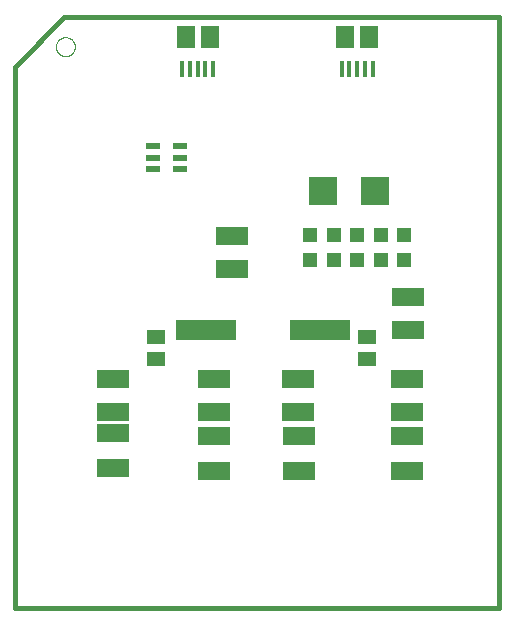
<source format=gtp>
G75*
%MOIN*%
%OFA0B0*%
%FSLAX25Y25*%
%IPPOS*%
%LPD*%
%AMOC8*
5,1,8,0,0,1.08239X$1,22.5*
%
%ADD10C,0.01600*%
%ADD11C,0.00000*%
%ADD12R,0.10630X0.05906*%
%ADD13R,0.10630X0.06299*%
%ADD14R,0.04724X0.04724*%
%ADD15R,0.20000X0.07000*%
%ADD16R,0.01575X0.05315*%
%ADD17R,0.05906X0.07480*%
%ADD18R,0.09449X0.09449*%
%ADD19R,0.05906X0.05118*%
%ADD20R,0.04724X0.02362*%
D10*
X0022538Y0040030D02*
X0183955Y0040030D01*
X0183955Y0236880D01*
X0039073Y0236880D01*
X0022538Y0220344D01*
X0022538Y0040030D01*
D11*
X0036317Y0227037D02*
X0036319Y0227149D01*
X0036325Y0227260D01*
X0036335Y0227372D01*
X0036349Y0227483D01*
X0036366Y0227593D01*
X0036388Y0227703D01*
X0036414Y0227812D01*
X0036443Y0227920D01*
X0036476Y0228026D01*
X0036513Y0228132D01*
X0036554Y0228236D01*
X0036599Y0228339D01*
X0036647Y0228440D01*
X0036698Y0228539D01*
X0036753Y0228636D01*
X0036812Y0228731D01*
X0036873Y0228825D01*
X0036938Y0228916D01*
X0037007Y0229004D01*
X0037078Y0229090D01*
X0037152Y0229174D01*
X0037230Y0229254D01*
X0037310Y0229332D01*
X0037393Y0229408D01*
X0037478Y0229480D01*
X0037566Y0229549D01*
X0037656Y0229615D01*
X0037749Y0229677D01*
X0037844Y0229737D01*
X0037941Y0229793D01*
X0038039Y0229845D01*
X0038140Y0229894D01*
X0038242Y0229939D01*
X0038346Y0229981D01*
X0038451Y0230019D01*
X0038558Y0230053D01*
X0038665Y0230083D01*
X0038774Y0230110D01*
X0038883Y0230132D01*
X0038994Y0230151D01*
X0039104Y0230166D01*
X0039216Y0230177D01*
X0039327Y0230184D01*
X0039439Y0230187D01*
X0039551Y0230186D01*
X0039663Y0230181D01*
X0039774Y0230172D01*
X0039885Y0230159D01*
X0039996Y0230142D01*
X0040106Y0230122D01*
X0040215Y0230097D01*
X0040323Y0230069D01*
X0040430Y0230036D01*
X0040536Y0230000D01*
X0040640Y0229960D01*
X0040743Y0229917D01*
X0040845Y0229870D01*
X0040944Y0229819D01*
X0041042Y0229765D01*
X0041138Y0229707D01*
X0041232Y0229646D01*
X0041323Y0229582D01*
X0041412Y0229515D01*
X0041499Y0229444D01*
X0041583Y0229370D01*
X0041665Y0229294D01*
X0041743Y0229214D01*
X0041819Y0229132D01*
X0041892Y0229047D01*
X0041962Y0228960D01*
X0042028Y0228870D01*
X0042092Y0228778D01*
X0042152Y0228684D01*
X0042209Y0228588D01*
X0042262Y0228489D01*
X0042312Y0228389D01*
X0042358Y0228288D01*
X0042401Y0228184D01*
X0042440Y0228079D01*
X0042475Y0227973D01*
X0042506Y0227866D01*
X0042534Y0227757D01*
X0042557Y0227648D01*
X0042577Y0227538D01*
X0042593Y0227427D01*
X0042605Y0227316D01*
X0042613Y0227205D01*
X0042617Y0227093D01*
X0042617Y0226981D01*
X0042613Y0226869D01*
X0042605Y0226758D01*
X0042593Y0226647D01*
X0042577Y0226536D01*
X0042557Y0226426D01*
X0042534Y0226317D01*
X0042506Y0226208D01*
X0042475Y0226101D01*
X0042440Y0225995D01*
X0042401Y0225890D01*
X0042358Y0225786D01*
X0042312Y0225685D01*
X0042262Y0225585D01*
X0042209Y0225486D01*
X0042152Y0225390D01*
X0042092Y0225296D01*
X0042028Y0225204D01*
X0041962Y0225114D01*
X0041892Y0225027D01*
X0041819Y0224942D01*
X0041743Y0224860D01*
X0041665Y0224780D01*
X0041583Y0224704D01*
X0041499Y0224630D01*
X0041412Y0224559D01*
X0041323Y0224492D01*
X0041232Y0224428D01*
X0041138Y0224367D01*
X0041042Y0224309D01*
X0040944Y0224255D01*
X0040845Y0224204D01*
X0040743Y0224157D01*
X0040640Y0224114D01*
X0040536Y0224074D01*
X0040430Y0224038D01*
X0040323Y0224005D01*
X0040215Y0223977D01*
X0040106Y0223952D01*
X0039996Y0223932D01*
X0039885Y0223915D01*
X0039774Y0223902D01*
X0039663Y0223893D01*
X0039551Y0223888D01*
X0039439Y0223887D01*
X0039327Y0223890D01*
X0039216Y0223897D01*
X0039104Y0223908D01*
X0038994Y0223923D01*
X0038883Y0223942D01*
X0038774Y0223964D01*
X0038665Y0223991D01*
X0038558Y0224021D01*
X0038451Y0224055D01*
X0038346Y0224093D01*
X0038242Y0224135D01*
X0038140Y0224180D01*
X0038039Y0224229D01*
X0037941Y0224281D01*
X0037844Y0224337D01*
X0037749Y0224397D01*
X0037656Y0224459D01*
X0037566Y0224525D01*
X0037478Y0224594D01*
X0037393Y0224666D01*
X0037310Y0224742D01*
X0037230Y0224820D01*
X0037152Y0224900D01*
X0037078Y0224984D01*
X0037007Y0225070D01*
X0036938Y0225158D01*
X0036873Y0225249D01*
X0036812Y0225343D01*
X0036753Y0225438D01*
X0036698Y0225535D01*
X0036647Y0225634D01*
X0036599Y0225735D01*
X0036554Y0225838D01*
X0036513Y0225942D01*
X0036476Y0226048D01*
X0036443Y0226154D01*
X0036414Y0226262D01*
X0036388Y0226371D01*
X0036366Y0226481D01*
X0036349Y0226591D01*
X0036335Y0226702D01*
X0036325Y0226814D01*
X0036319Y0226925D01*
X0036317Y0227037D01*
D12*
X0055215Y0098297D03*
X0055215Y0086683D03*
X0089073Y0085502D03*
X0089073Y0097116D03*
X0117420Y0097116D03*
X0117420Y0085502D03*
X0153247Y0085502D03*
X0153247Y0097116D03*
D13*
X0153247Y0105384D03*
X0153247Y0116407D03*
X0153640Y0132549D03*
X0153640Y0143573D03*
X0117026Y0116407D03*
X0117026Y0105384D03*
X0089073Y0105384D03*
X0089073Y0116407D03*
X0094979Y0153022D03*
X0094979Y0164045D03*
X0055215Y0116407D03*
X0055215Y0105384D03*
D14*
X0120963Y0155974D03*
X0120963Y0164242D03*
X0128837Y0164242D03*
X0128837Y0155974D03*
X0136711Y0155974D03*
X0136711Y0164242D03*
X0144585Y0164242D03*
X0144585Y0155974D03*
X0152459Y0155974D03*
X0152459Y0164242D03*
D15*
X0124215Y0132549D03*
X0086215Y0132549D03*
D16*
X0086121Y0219656D03*
X0088680Y0219656D03*
X0083562Y0219656D03*
X0081003Y0219656D03*
X0078444Y0219656D03*
X0131593Y0219656D03*
X0134152Y0219656D03*
X0136711Y0219656D03*
X0139270Y0219656D03*
X0141829Y0219656D03*
D17*
X0140648Y0230187D03*
X0132774Y0230148D03*
X0087499Y0230187D03*
X0079625Y0230148D03*
D18*
X0125294Y0179006D03*
X0142617Y0179006D03*
D19*
X0139861Y0130384D03*
X0139861Y0122904D03*
X0069782Y0122904D03*
X0069782Y0130384D03*
D20*
X0068601Y0186289D03*
X0068601Y0190030D03*
X0068601Y0193770D03*
X0077656Y0193770D03*
X0077656Y0190030D03*
X0077656Y0186289D03*
M02*

</source>
